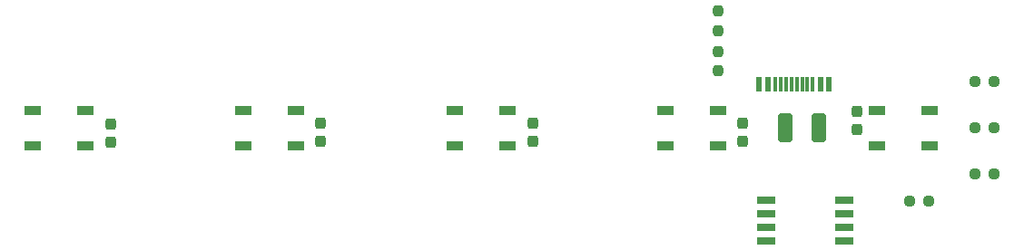
<source format=gbr>
%TF.GenerationSoftware,KiCad,Pcbnew,(6.0.9)*%
%TF.CreationDate,2022-11-05T18:14:27+01:00*%
%TF.ProjectId,pcb,7063622e-6b69-4636-9164-5f7063625858,rev?*%
%TF.SameCoordinates,Original*%
%TF.FileFunction,Paste,Top*%
%TF.FilePolarity,Positive*%
%FSLAX46Y46*%
G04 Gerber Fmt 4.6, Leading zero omitted, Abs format (unit mm)*
G04 Created by KiCad (PCBNEW (6.0.9)) date 2022-11-05 18:14:27*
%MOMM*%
%LPD*%
G01*
G04 APERTURE LIST*
G04 Aperture macros list*
%AMRoundRect*
0 Rectangle with rounded corners*
0 $1 Rounding radius*
0 $2 $3 $4 $5 $6 $7 $8 $9 X,Y pos of 4 corners*
0 Add a 4 corners polygon primitive as box body*
4,1,4,$2,$3,$4,$5,$6,$7,$8,$9,$2,$3,0*
0 Add four circle primitives for the rounded corners*
1,1,$1+$1,$2,$3*
1,1,$1+$1,$4,$5*
1,1,$1+$1,$6,$7*
1,1,$1+$1,$8,$9*
0 Add four rect primitives between the rounded corners*
20,1,$1+$1,$2,$3,$4,$5,0*
20,1,$1+$1,$4,$5,$6,$7,0*
20,1,$1+$1,$6,$7,$8,$9,0*
20,1,$1+$1,$8,$9,$2,$3,0*%
G04 Aperture macros list end*
%ADD10R,0.600000X1.450000*%
%ADD11R,0.300000X1.450000*%
%ADD12RoundRect,0.237500X-0.237500X0.300000X-0.237500X-0.300000X0.237500X-0.300000X0.237500X0.300000X0*%
%ADD13RoundRect,0.250000X-0.412500X-1.100000X0.412500X-1.100000X0.412500X1.100000X-0.412500X1.100000X0*%
%ADD14R,1.500000X0.900000*%
%ADD15RoundRect,0.237500X0.250000X0.237500X-0.250000X0.237500X-0.250000X-0.237500X0.250000X-0.237500X0*%
%ADD16R,1.700000X0.650000*%
%ADD17RoundRect,0.237500X-0.237500X0.250000X-0.237500X-0.250000X0.237500X-0.250000X0.237500X0.250000X0*%
%ADD18RoundRect,0.237500X-0.250000X-0.237500X0.250000X-0.237500X0.250000X0.237500X-0.250000X0.237500X0*%
G04 APERTURE END LIST*
D10*
%TO.C,J1*%
X168350000Y-94977000D03*
X167550000Y-94977000D03*
D11*
X166350000Y-94977000D03*
X165350000Y-94977000D03*
X164850000Y-94977000D03*
X163850000Y-94977000D03*
D10*
X162650000Y-94977000D03*
X161850000Y-94977000D03*
X161850000Y-94977000D03*
X162650000Y-94977000D03*
D11*
X163350000Y-94977000D03*
X164350000Y-94977000D03*
X165850000Y-94977000D03*
X166850000Y-94977000D03*
D10*
X167550000Y-94977000D03*
X168350000Y-94977000D03*
%TD*%
D12*
%TO.C,C6*%
X101346000Y-98705500D03*
X101346000Y-100430500D03*
%TD*%
%TO.C,C5*%
X120904000Y-98605000D03*
X120904000Y-100330000D03*
%TD*%
%TO.C,C4*%
X140716000Y-98605000D03*
X140716000Y-100330000D03*
%TD*%
%TO.C,C3*%
X160274000Y-98605000D03*
X160274000Y-100330000D03*
%TD*%
%TO.C,C2*%
X170942000Y-97536000D03*
X170942000Y-99261000D03*
%TD*%
D13*
%TO.C,C1*%
X164299500Y-99060000D03*
X167424500Y-99060000D03*
%TD*%
D14*
%TO.C,D4*%
X113755000Y-97410000D03*
X113755000Y-100710000D03*
X118655000Y-100710000D03*
X118655000Y-97410000D03*
%TD*%
D15*
%TO.C,R5*%
X183792500Y-103378000D03*
X181967500Y-103378000D03*
%TD*%
D16*
%TO.C,U1*%
X169766000Y-109601000D03*
X169766000Y-108331000D03*
X169766000Y-107061000D03*
X169766000Y-105791000D03*
X162466000Y-105791000D03*
X162466000Y-107061000D03*
X162466000Y-108331000D03*
X162466000Y-109601000D03*
%TD*%
D14*
%TO.C,D3*%
X133440000Y-97410000D03*
X133440000Y-100710000D03*
X138340000Y-100710000D03*
X138340000Y-97410000D03*
%TD*%
D17*
%TO.C,R2*%
X157988000Y-88138000D03*
X157988000Y-89963000D03*
%TD*%
D14*
%TO.C,D2*%
X153125000Y-97410000D03*
X153125000Y-100710000D03*
X158025000Y-100710000D03*
X158025000Y-97410000D03*
%TD*%
%TO.C,D1*%
X172810000Y-97410000D03*
X172810000Y-100710000D03*
X177710000Y-100710000D03*
X177710000Y-97410000D03*
%TD*%
D15*
%TO.C,R4*%
X183792500Y-99060000D03*
X181967500Y-99060000D03*
%TD*%
%TO.C,R3*%
X183792500Y-94742000D03*
X181967500Y-94742000D03*
%TD*%
D18*
%TO.C,R6*%
X175871500Y-105918000D03*
X177696500Y-105918000D03*
%TD*%
D17*
%TO.C,R1*%
X157988000Y-93726000D03*
X157988000Y-91901000D03*
%TD*%
D14*
%TO.C,D5*%
X94070000Y-97410000D03*
X94070000Y-100710000D03*
X98970000Y-100710000D03*
X98970000Y-97410000D03*
%TD*%
M02*

</source>
